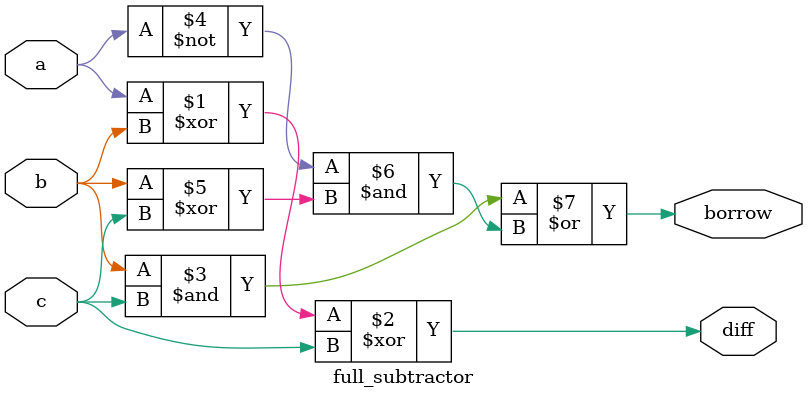
<source format=v>
`timescale 1ns / 1ps
module full_subtractor(a,b,c,diff,borrow);
input wire a,b,c ;
output wire diff,borrow ;

assign diff = a^b^c ;
assign borrow = b&c | (~a)&(b^c) ;
endmodule

</source>
